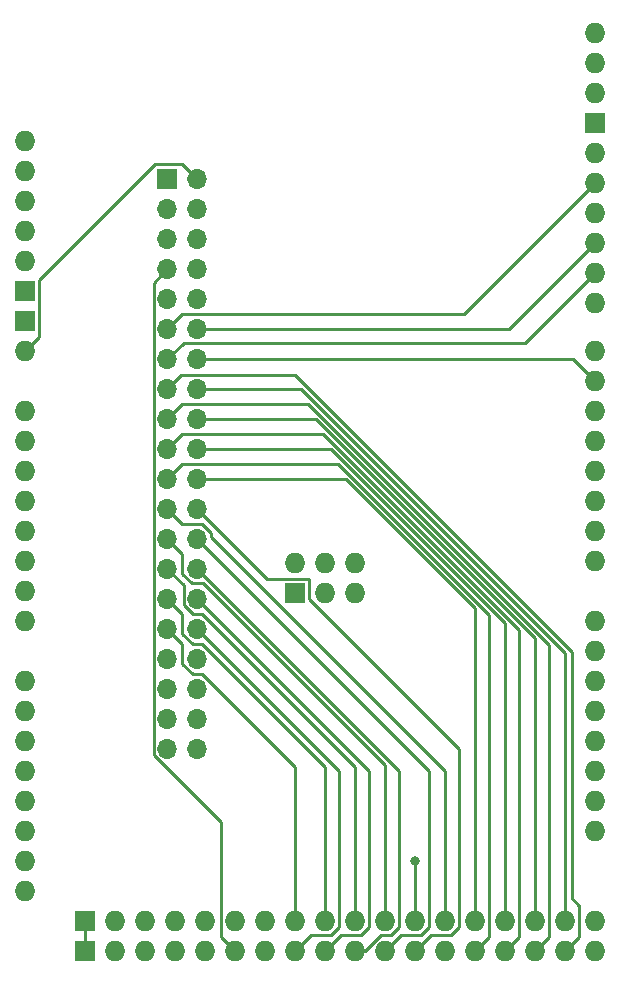
<source format=gtl>
%TF.GenerationSoftware,KiCad,Pcbnew,7.0.7*%
%TF.CreationDate,2023-09-28T15:46:00-05:00*%
%TF.ProjectId,iowa-rover-kiosk-mega-adapter,696f7761-2d72-46f7-9665-722d6b696f73,rev?*%
%TF.SameCoordinates,Original*%
%TF.FileFunction,Copper,L1,Top*%
%TF.FilePolarity,Positive*%
%FSLAX46Y46*%
G04 Gerber Fmt 4.6, Leading zero omitted, Abs format (unit mm)*
G04 Created by KiCad (PCBNEW 7.0.7) date 2023-09-28 15:46:00*
%MOMM*%
%LPD*%
G01*
G04 APERTURE LIST*
%TA.AperFunction,ComponentPad*%
%ADD10O,1.727200X1.727200*%
%TD*%
%TA.AperFunction,ComponentPad*%
%ADD11R,1.727200X1.727200*%
%TD*%
%TA.AperFunction,ComponentPad*%
%ADD12R,1.700000X1.700000*%
%TD*%
%TA.AperFunction,ComponentPad*%
%ADD13O,1.700000X1.700000*%
%TD*%
%TA.AperFunction,ViaPad*%
%ADD14C,0.800000*%
%TD*%
%TA.AperFunction,Conductor*%
%ADD15C,0.250000*%
%TD*%
G04 APERTURE END LIST*
D10*
%TO.P,A1,VIN,VIN*%
%TO.N,+12V*%
X147960000Y-84445000D03*
%TO.P,A1,SDA,SDA*%
%TO.N,unconnected-(A1-PadSDA)*%
X196220000Y-60061000D03*
%TO.P,A1,SCL,SCL*%
%TO.N,unconnected-(A1-PadSCL)*%
X196220000Y-57521000D03*
%TO.P,A1,SCK,SPI_SCK*%
%TO.N,unconnected-(A1-SPI_SCK-PadSCK)*%
X173360000Y-102352000D03*
%TO.P,A1,RST2,SPI_RESET*%
%TO.N,unconnected-(A1-SPI_RESET-PadRST2)*%
X170820000Y-102352000D03*
%TO.P,A1,RST1,RESET*%
%TO.N,unconnected-(A1-RESET-PadRST1)*%
X147960000Y-71745000D03*
%TO.P,A1,MOSI,SPI_MOSI*%
%TO.N,unconnected-(A1-SPI_MOSI-PadMOSI)*%
X173360000Y-104892000D03*
%TO.P,A1,MISO,SPI_MISO*%
%TO.N,unconnected-(A1-SPI_MISO-PadMISO)*%
X175900000Y-102352000D03*
%TO.P,A1,IORF,IOREF*%
%TO.N,unconnected-(A1-IOREF-PadIORF)*%
X147960000Y-69205000D03*
D11*
%TO.P,A1,GND6,GND*%
%TO.N,GND*%
X153040000Y-135245000D03*
%TO.P,A1,GND5,GND*%
X153040000Y-132705000D03*
%TO.P,A1,GND4,SPI_GND*%
X170820000Y-104892000D03*
%TO.P,A1,GND3,GND*%
X147960000Y-81905000D03*
%TO.P,A1,GND2,GND*%
X147960000Y-79365000D03*
%TO.P,A1,GND1,GND*%
X196220000Y-65141000D03*
D10*
%TO.P,A1,D53,D53_CS*%
%TO.N,/CS*%
X155580000Y-135245000D03*
%TO.P,A1,D52,D52_SCK*%
%TO.N,/SCK*%
X155580000Y-132705000D03*
%TO.P,A1,D51,D51_MOSI*%
%TO.N,/COPI*%
X158120000Y-135245000D03*
%TO.P,A1,D50,D50_MISO*%
%TO.N,/CIPO*%
X158120000Y-132705000D03*
%TO.P,A1,D49,D49*%
%TO.N,unconnected-(A1-PadD49)*%
X160660000Y-135245000D03*
%TO.P,A1,D48,D48*%
%TO.N,unconnected-(A1-PadD48)*%
X160660000Y-132705000D03*
%TO.P,A1,D47,D47*%
%TO.N,unconnected-(A1-PadD47)*%
X163200000Y-135245000D03*
%TO.P,A1,D46,D46*%
%TO.N,unconnected-(A1-PadD46)*%
X163200000Y-132705000D03*
%TO.P,A1,D45,D45*%
%TO.N,Net-(J1-D45_RST)*%
X165740000Y-135245000D03*
%TO.P,A1,D44,D44*%
%TO.N,unconnected-(A1-PadD44)*%
X165740000Y-132705000D03*
%TO.P,A1,D43,D43*%
%TO.N,unconnected-(A1-PadD43)*%
X168280000Y-135245000D03*
%TO.P,A1,D42,D42*%
%TO.N,unconnected-(A1-PadD42)*%
X168280000Y-132705000D03*
%TO.P,A1,D41,D41*%
%TO.N,Net-(J1-LP4)*%
X170820000Y-135245000D03*
%TO.P,A1,D40,D40*%
%TO.N,Net-(J1-LP3)*%
X170820000Y-132705000D03*
%TO.P,A1,D39,D39*%
%TO.N,Net-(J1-LP2)*%
X173360000Y-135245000D03*
%TO.P,A1,D38,D38*%
%TO.N,Net-(J1-LP1)*%
X173360000Y-132705000D03*
%TO.P,A1,D37,D37*%
%TO.N,Net-(J1-BP5)*%
X175900000Y-135245000D03*
%TO.P,A1,D36,D36*%
%TO.N,Net-(J1-BP4)*%
X175900000Y-132705000D03*
%TO.P,A1,D35,D35*%
%TO.N,Net-(J1-BP3)*%
X178440000Y-135245000D03*
%TO.P,A1,D34,D34*%
%TO.N,Net-(J1-BP2)*%
X178440000Y-132705000D03*
%TO.P,A1,D33,D33*%
%TO.N,Net-(J1-BP1)*%
X180980000Y-135245000D03*
%TO.P,A1,D32,D32*%
%TO.N,Net-(J1-KIOSK)*%
X180980000Y-132705000D03*
%TO.P,A1,D31,D31*%
%TO.N,unconnected-(A1-PadD31)*%
X183520000Y-135245000D03*
%TO.P,A1,D30,D30*%
%TO.N,Net-(J1-BTX)*%
X183520000Y-132705000D03*
%TO.P,A1,D29,D29*%
%TO.N,Net-(J1-B4_DOWN)*%
X186060000Y-135245000D03*
%TO.P,A1,D28,D28*%
%TO.N,Net-(J1-B4_UP)*%
X186060000Y-132705000D03*
%TO.P,A1,D27,D27*%
%TO.N,Net-(J1-B3_DOWN)*%
X188600000Y-135245000D03*
%TO.P,A1,D26,D26*%
%TO.N,Net-(J1-B3_UP)*%
X188600000Y-132705000D03*
%TO.P,A1,D25,D25*%
%TO.N,Net-(J1-B2_DOWN)*%
X191140000Y-135245000D03*
%TO.P,A1,D24,D24*%
%TO.N,Net-(J1-B2_UP)*%
X191140000Y-132705000D03*
%TO.P,A1,D23,D23*%
%TO.N,Net-(J1-B1_DOWN)*%
X193680000Y-135245000D03*
%TO.P,A1,D22,D22*%
%TO.N,Net-(J1-B1_UP)*%
X193680000Y-132705000D03*
%TO.P,A1,D21,D21/SCL*%
%TO.N,Net-(A1-D21{slash}SCL)*%
X196220000Y-125085000D03*
%TO.P,A1,D20,D20/SDA*%
%TO.N,Net-(A1-D20{slash}SDA)*%
X196220000Y-122545000D03*
%TO.P,A1,D19,D19/RX1*%
%TO.N,Net-(A1-D19{slash}RX1)*%
X196220000Y-120005000D03*
%TO.P,A1,D18,D18/TX1*%
%TO.N,unconnected-(A1-D18{slash}TX1-PadD18)*%
X196220000Y-117465000D03*
%TO.P,A1,D17,D17/RX2*%
%TO.N,unconnected-(A1-D17{slash}RX2-PadD17)*%
X196220000Y-114925000D03*
%TO.P,A1,D16,D16/TX2*%
%TO.N,unconnected-(A1-D16{slash}TX2-PadD16)*%
X196220000Y-112385000D03*
%TO.P,A1,D15,D15/RX3*%
%TO.N,unconnected-(A1-D15{slash}RX3-PadD15)*%
X196220000Y-109845000D03*
%TO.P,A1,D14,D14/TX3*%
%TO.N,unconnected-(A1-D14{slash}TX3-PadD14)*%
X196220000Y-107305000D03*
%TO.P,A1,D13,D13*%
%TO.N,unconnected-(A1-PadD13)*%
X196220000Y-67681000D03*
%TO.P,A1,D12,D12*%
%TO.N,/DATA*%
X196220000Y-70221000D03*
%TO.P,A1,D11,D11*%
%TO.N,unconnected-(A1-PadD11)*%
X196220000Y-72761000D03*
%TO.P,A1,D10,D10*%
%TO.N,/CLOCK*%
X196220000Y-75301000D03*
%TO.P,A1,D9,D9*%
%TO.N,/LATCH*%
X196220000Y-77841000D03*
%TO.P,A1,D8,D8*%
%TO.N,unconnected-(A1-PadD8)*%
X196220000Y-80381000D03*
%TO.P,A1,D7,D7*%
%TO.N,unconnected-(A1-PadD7)*%
X196220000Y-84445000D03*
%TO.P,A1,D6,D6*%
%TO.N,/NEO*%
X196220000Y-86985000D03*
%TO.P,A1,D5,D5*%
%TO.N,unconnected-(A1-PadD5)*%
X196220000Y-89525000D03*
%TO.P,A1,D4,D4*%
%TO.N,unconnected-(A1-PadD4)*%
X196220000Y-92065000D03*
%TO.P,A1,D3,D3_INT1*%
%TO.N,unconnected-(A1-D3_INT1-PadD3)*%
X196220000Y-94605000D03*
%TO.P,A1,D2,D2_INT0*%
%TO.N,unconnected-(A1-D2_INT0-PadD2)*%
X196220000Y-97145000D03*
%TO.P,A1,D1,D1/TX0*%
%TO.N,unconnected-(A1-D1{slash}TX0-PadD1)*%
X196220000Y-99685000D03*
%TO.P,A1,D0,D0/RX0*%
%TO.N,unconnected-(A1-D0{slash}RX0-PadD0)*%
X196220000Y-102225000D03*
%TO.P,A1,AREF,AREF*%
%TO.N,unconnected-(A1-PadAREF)*%
X196220000Y-62601000D03*
%TO.P,A1,A15,A15*%
%TO.N,unconnected-(A1-PadA15)*%
X147960000Y-130165000D03*
%TO.P,A1,A14,A14*%
%TO.N,unconnected-(A1-PadA14)*%
X147960000Y-127625000D03*
%TO.P,A1,A13,A13*%
%TO.N,unconnected-(A1-PadA13)*%
X147960000Y-125085000D03*
%TO.P,A1,A12,A12*%
%TO.N,unconnected-(A1-PadA12)*%
X147960000Y-122545000D03*
%TO.P,A1,A11,A11*%
%TO.N,unconnected-(A1-PadA11)*%
X147960000Y-120005000D03*
%TO.P,A1,A10,A10*%
%TO.N,unconnected-(A1-PadA10)*%
X147960000Y-117465000D03*
%TO.P,A1,A9,A9*%
%TO.N,unconnected-(A1-PadA9)*%
X147960000Y-114925000D03*
%TO.P,A1,A8,A8*%
%TO.N,unconnected-(A1-PadA8)*%
X147960000Y-112385000D03*
%TO.P,A1,A7,A7*%
%TO.N,unconnected-(A1-PadA7)*%
X147960000Y-107305000D03*
%TO.P,A1,A6,A6*%
%TO.N,unconnected-(A1-PadA6)*%
X147960000Y-104765000D03*
%TO.P,A1,A5,A5*%
%TO.N,unconnected-(A1-PadA5)*%
X147960000Y-102225000D03*
%TO.P,A1,A4,A4*%
%TO.N,unconnected-(A1-PadA4)*%
X147960000Y-99685000D03*
%TO.P,A1,A3,A3*%
%TO.N,unconnected-(A1-PadA3)*%
X147960000Y-97145000D03*
%TO.P,A1,A2,A2*%
%TO.N,unconnected-(A1-PadA2)*%
X147960000Y-94605000D03*
%TO.P,A1,A1,A1*%
%TO.N,unconnected-(A1-PadA1)*%
X147960000Y-92065000D03*
%TO.P,A1,A0,A0*%
%TO.N,unconnected-(A1-PadA0)*%
X147960000Y-89525000D03*
%TO.P,A1,5V4,5V*%
%TO.N,unconnected-(A1-5V-Pad5V4)*%
X196220000Y-135245000D03*
%TO.P,A1,5V3,5V*%
%TO.N,unconnected-(A1-5V-Pad5V3)*%
X196220000Y-132705000D03*
%TO.P,A1,5V2,SPI_5V*%
%TO.N,unconnected-(A1-SPI_5V-Pad5V2)*%
X175900000Y-104892000D03*
%TO.P,A1,5V1,5V*%
%TO.N,unconnected-(A1-5V-Pad5V1)*%
X147960000Y-76825000D03*
%TO.P,A1,3V3,3.3V*%
%TO.N,unconnected-(A1-3.3V-Pad3V3)*%
X147960000Y-74285000D03*
%TO.P,A1,*%
%TO.N,*%
X147960000Y-66665000D03*
%TD*%
D12*
%TO.P,J1,1,GND*%
%TO.N,GND*%
X160020000Y-69850000D03*
D13*
%TO.P,J1,2,VIN*%
%TO.N,+12V*%
X162560000Y-69850000D03*
%TO.P,J1,3,D50_CIPO*%
%TO.N,/CIPO*%
X160020000Y-72390000D03*
%TO.P,J1,4,D51_COPI*%
%TO.N,/COPI*%
X162560000Y-72390000D03*
%TO.P,J1,5,D52_SCK*%
%TO.N,/SCK*%
X160020000Y-74930000D03*
%TO.P,J1,6,D53_CS*%
%TO.N,/CS*%
X162560000Y-74930000D03*
%TO.P,J1,7,D45_RST*%
%TO.N,Net-(J1-D45_RST)*%
X160020000Y-77470000D03*
%TO.P,J1,8,D19_INT*%
%TO.N,Net-(A1-D19{slash}RX1)*%
X162560000Y-77470000D03*
%TO.P,J1,9,D20_SDA*%
%TO.N,Net-(A1-D20{slash}SDA)*%
X160020000Y-80010000D03*
%TO.P,J1,10,D21_SCL*%
%TO.N,Net-(A1-D21{slash}SCL)*%
X162560000Y-80010000D03*
%TO.P,J1,11,D12_DATA*%
%TO.N,/DATA*%
X160020000Y-82550000D03*
%TO.P,J1,12,D10_CLOCK*%
%TO.N,/CLOCK*%
X162560000Y-82550000D03*
%TO.P,J1,13,D9_LATCH*%
%TO.N,/LATCH*%
X160020000Y-85090000D03*
%TO.P,J1,14,D6_NEO*%
%TO.N,/NEO*%
X162560000Y-85090000D03*
%TO.P,J1,15,B1_DOWN*%
%TO.N,Net-(J1-B1_DOWN)*%
X160020000Y-87630000D03*
%TO.P,J1,16,B1_UP*%
%TO.N,Net-(J1-B1_UP)*%
X162560000Y-87630000D03*
%TO.P,J1,17,B2_DOWN*%
%TO.N,Net-(J1-B2_DOWN)*%
X160020000Y-90170000D03*
%TO.P,J1,18,B2_UP*%
%TO.N,Net-(J1-B2_UP)*%
X162560000Y-90170000D03*
%TO.P,J1,19,B3_DOWN*%
%TO.N,Net-(J1-B3_DOWN)*%
X160020000Y-92710000D03*
%TO.P,J1,20,B3_UP*%
%TO.N,Net-(J1-B3_UP)*%
X162560000Y-92710000D03*
%TO.P,J1,21,B4_DOWN*%
%TO.N,Net-(J1-B4_DOWN)*%
X160020000Y-95250000D03*
%TO.P,J1,22,B4_UP*%
%TO.N,Net-(J1-B4_UP)*%
X162560000Y-95250000D03*
%TO.P,J1,23,BTX*%
%TO.N,Net-(J1-BTX)*%
X160020000Y-97790000D03*
%TO.P,J1,24,BP1*%
%TO.N,Net-(J1-BP1)*%
X162560000Y-97790000D03*
%TO.P,J1,25,BP2*%
%TO.N,Net-(J1-BP2)*%
X160020000Y-100330000D03*
%TO.P,J1,26,BP3*%
%TO.N,Net-(J1-BP3)*%
X162560000Y-100330000D03*
%TO.P,J1,27,BP4*%
%TO.N,Net-(J1-BP4)*%
X160020000Y-102870000D03*
%TO.P,J1,28,BP5*%
%TO.N,Net-(J1-BP5)*%
X162560000Y-102870000D03*
%TO.P,J1,29,LP1*%
%TO.N,Net-(J1-LP1)*%
X160020000Y-105410000D03*
%TO.P,J1,30,LP2*%
%TO.N,Net-(J1-LP2)*%
X162560000Y-105410000D03*
%TO.P,J1,31,LP3*%
%TO.N,Net-(J1-LP3)*%
X160020000Y-107950000D03*
%TO.P,J1,32,LP4*%
%TO.N,Net-(J1-LP4)*%
X162560000Y-107950000D03*
%TO.P,J1,33,KIOSK*%
%TO.N,Net-(J1-KIOSK)*%
X160020000Y-110490000D03*
%TO.P,J1,34,NC*%
%TO.N,unconnected-(J1-NC-Pad34)*%
X162560000Y-110490000D03*
%TO.P,J1,35,NC*%
%TO.N,unconnected-(J1-NC-Pad35)*%
X160020000Y-113030000D03*
%TO.P,J1,36,NC*%
%TO.N,unconnected-(J1-NC-Pad36)*%
X162560000Y-113030000D03*
%TO.P,J1,37,NC*%
%TO.N,unconnected-(J1-NC-Pad37)*%
X160020000Y-115570000D03*
%TO.P,J1,38,NC*%
%TO.N,unconnected-(J1-NC-Pad38)*%
X162560000Y-115570000D03*
%TO.P,J1,39,NC*%
%TO.N,unconnected-(J1-NC-Pad39)*%
X160020000Y-118110000D03*
%TO.P,J1,40,NC*%
%TO.N,unconnected-(J1-NC-Pad40)*%
X162560000Y-118110000D03*
%TD*%
D14*
%TO.N,Net-(J1-KIOSK)*%
X180975000Y-127635000D03*
%TD*%
D15*
%TO.N,GND*%
X153040000Y-132705000D02*
X153040000Y-135245000D01*
%TO.N,+12V*%
X161290000Y-68580000D02*
X158940000Y-68580000D01*
X149148600Y-78371400D02*
X149148600Y-83256400D01*
X149148600Y-83256400D02*
X147960000Y-84445000D01*
X158940000Y-68580000D02*
X149148600Y-78371400D01*
X162560000Y-69850000D02*
X161290000Y-68580000D01*
%TO.N,Net-(J1-D45_RST)*%
X165740000Y-135245000D02*
X164551400Y-134056400D01*
X164551400Y-124303101D02*
X158845000Y-118596701D01*
X158845000Y-78645000D02*
X160020000Y-77470000D01*
X158845000Y-118596701D02*
X158845000Y-78645000D01*
X164551400Y-134056400D02*
X164551400Y-124303101D01*
%TO.N,/DATA*%
X161290000Y-81280000D02*
X160020000Y-82550000D01*
X185161000Y-81280000D02*
X161290000Y-81280000D01*
X196220000Y-70221000D02*
X185161000Y-81280000D01*
%TO.N,/CLOCK*%
X162560000Y-82550000D02*
X188971000Y-82550000D01*
X188971000Y-82550000D02*
X196220000Y-75301000D01*
%TO.N,/LATCH*%
X190336000Y-83725000D02*
X196220000Y-77841000D01*
X160020000Y-85090000D02*
X161385000Y-83725000D01*
X161385000Y-83725000D02*
X190336000Y-83725000D01*
%TO.N,/NEO*%
X194325000Y-85090000D02*
X196220000Y-86985000D01*
X162560000Y-85090000D02*
X194325000Y-85090000D01*
%TO.N,Net-(J1-B1_DOWN)*%
X194868600Y-131368600D02*
X194245000Y-130745000D01*
X170789772Y-86455000D02*
X161195000Y-86455000D01*
X194245000Y-109910228D02*
X170789772Y-86455000D01*
X193680000Y-135245000D02*
X194868600Y-134056400D01*
X161195000Y-86455000D02*
X160020000Y-87630000D01*
X194868600Y-134056400D02*
X194868600Y-131368600D01*
X194245000Y-130745000D02*
X194245000Y-109910228D01*
%TO.N,Net-(J1-B1_UP)*%
X193680000Y-132705000D02*
X193680000Y-109981624D01*
X193680000Y-109981624D02*
X171328376Y-87630000D01*
X171328376Y-87630000D02*
X162560000Y-87630000D01*
%TO.N,Net-(J1-B2_DOWN)*%
X192328600Y-134056400D02*
X192328600Y-109266620D01*
X161290000Y-88900000D02*
X160020000Y-90170000D01*
X171961980Y-88900000D02*
X161290000Y-88900000D01*
X191140000Y-135245000D02*
X192328600Y-134056400D01*
X192328600Y-109266620D02*
X171961980Y-88900000D01*
%TO.N,Net-(J1-B2_UP)*%
X191140000Y-132705000D02*
X191140000Y-108714416D01*
X191140000Y-108714416D02*
X172595584Y-90170000D01*
X172595584Y-90170000D02*
X162560000Y-90170000D01*
%TO.N,Net-(J1-B3_DOWN)*%
X161290000Y-91440000D02*
X160020000Y-92710000D01*
X188600000Y-135245000D02*
X189788600Y-134056400D01*
X189788600Y-134056400D02*
X189788600Y-107999412D01*
X189788600Y-107999412D02*
X173229188Y-91440000D01*
X173229188Y-91440000D02*
X161290000Y-91440000D01*
%TO.N,Net-(J1-B3_UP)*%
X188600000Y-132705000D02*
X188600000Y-107447208D01*
X188600000Y-107447208D02*
X173862792Y-92710000D01*
X173862792Y-92710000D02*
X162560000Y-92710000D01*
%TO.N,Net-(J1-B4_DOWN)*%
X187248600Y-106732204D02*
X174496396Y-93980000D01*
X174496396Y-93980000D02*
X161290000Y-93980000D01*
X187248600Y-134056400D02*
X187248600Y-106732204D01*
X186060000Y-135245000D02*
X187248600Y-134056400D01*
X161290000Y-93980000D02*
X160020000Y-95250000D01*
%TO.N,Net-(J1-B4_UP)*%
X186060000Y-106180000D02*
X175130000Y-95250000D01*
X186060000Y-132705000D02*
X186060000Y-106180000D01*
X175130000Y-95250000D02*
X162560000Y-95250000D01*
%TO.N,Net-(J1-BTX)*%
X163735000Y-100184200D02*
X163735000Y-99843299D01*
X183520000Y-132705000D02*
X183520000Y-119969200D01*
X163735000Y-99843299D02*
X162951701Y-99060000D01*
X183520000Y-119969200D02*
X163735000Y-100184200D01*
X161290000Y-99060000D02*
X160020000Y-97790000D01*
X162951701Y-99060000D02*
X161290000Y-99060000D01*
%TO.N,Net-(J1-BP1)*%
X184708600Y-133197335D02*
X184708600Y-118110000D01*
X180980000Y-135245000D02*
X182331400Y-133893600D01*
X172008600Y-103703400D02*
X168473400Y-103703400D01*
X172008600Y-105410000D02*
X172008600Y-103703400D01*
X182331400Y-133893600D02*
X184012335Y-133893600D01*
X184708600Y-118110000D02*
X172008600Y-105410000D01*
X184012335Y-133893600D02*
X184708600Y-133197335D01*
X168473400Y-103703400D02*
X162560000Y-97790000D01*
%TO.N,Net-(J1-BP2)*%
X162073299Y-104045000D02*
X161290000Y-103261701D01*
X161290000Y-103261701D02*
X161290000Y-101600000D01*
X163046701Y-104045000D02*
X162073299Y-104045000D01*
X178440000Y-119438299D02*
X163046701Y-104045000D01*
X178440000Y-132705000D02*
X178440000Y-119438299D01*
X161290000Y-101600000D02*
X160020000Y-100330000D01*
%TO.N,Net-(J1-BP3)*%
X179791400Y-133893600D02*
X181472335Y-133893600D01*
X182168600Y-119938600D02*
X162560000Y-100330000D01*
X178440000Y-135245000D02*
X179791400Y-133893600D01*
X182168600Y-133197335D02*
X182168600Y-119938600D01*
X181472335Y-133893600D02*
X182168600Y-133197335D01*
%TO.N,Net-(J1-BP4)*%
X175900000Y-119628299D02*
X175900000Y-132705000D01*
X160020000Y-102870000D02*
X161385000Y-104235000D01*
X162168299Y-106680000D02*
X162951701Y-106680000D01*
X161385000Y-105896701D02*
X162168299Y-106680000D01*
X161385000Y-104235000D02*
X161385000Y-105896701D01*
X162951701Y-106680000D02*
X175900000Y-119628299D01*
%TO.N,Net-(J1-BP5)*%
X175900000Y-135245000D02*
X176759065Y-135245000D01*
X179628600Y-133197335D02*
X179628600Y-119938600D01*
X178932335Y-133893600D02*
X179628600Y-133197335D01*
X179628600Y-119938600D02*
X162560000Y-102870000D01*
X178110465Y-133893600D02*
X178932335Y-133893600D01*
X176759065Y-135245000D02*
X178110465Y-133893600D01*
%TO.N,Net-(J1-LP1)*%
X162951701Y-109220000D02*
X162168299Y-109220000D01*
X173360000Y-132705000D02*
X173360000Y-119628299D01*
X161290000Y-108341701D02*
X161290000Y-106680000D01*
X173360000Y-119628299D02*
X162951701Y-109220000D01*
X161290000Y-106680000D02*
X160020000Y-105410000D01*
X162168299Y-109220000D02*
X161290000Y-108341701D01*
%TO.N,Net-(J1-LP2)*%
X173360000Y-135245000D02*
X174711400Y-133893600D01*
X177088600Y-133197335D02*
X177088600Y-119938600D01*
X174711400Y-133893600D02*
X176392335Y-133893600D01*
X177088600Y-119938600D02*
X162560000Y-105410000D01*
X176392335Y-133893600D02*
X177088600Y-133197335D01*
%TO.N,Net-(J1-LP3)*%
X161290000Y-110881701D02*
X161290000Y-109220000D01*
X170820000Y-132705000D02*
X170820000Y-119628299D01*
X170820000Y-119628299D02*
X162951701Y-111760000D01*
X161290000Y-109220000D02*
X160020000Y-107950000D01*
X162168299Y-111760000D02*
X161290000Y-110881701D01*
X162951701Y-111760000D02*
X162168299Y-111760000D01*
%TO.N,Net-(J1-LP4)*%
X173852335Y-133893600D02*
X174548600Y-133197335D01*
X174548600Y-119938600D02*
X162560000Y-107950000D01*
X170820000Y-135245000D02*
X172171400Y-133893600D01*
X172171400Y-133893600D02*
X173852335Y-133893600D01*
X174548600Y-133197335D02*
X174548600Y-119938600D01*
%TO.N,Net-(J1-KIOSK)*%
X180980000Y-132705000D02*
X180980000Y-127640000D01*
X180980000Y-127640000D02*
X180975000Y-127635000D01*
%TD*%
M02*

</source>
